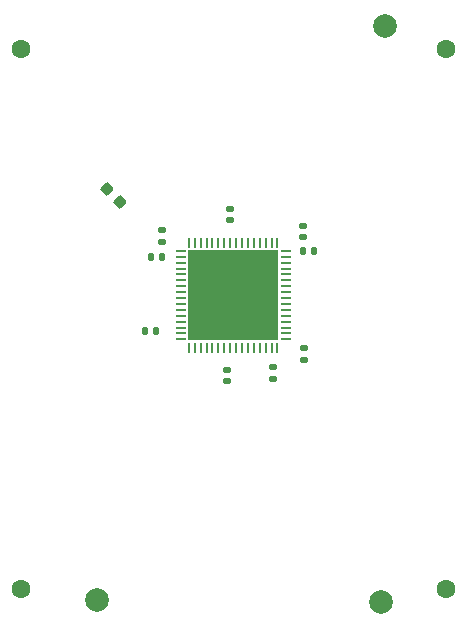
<source format=gbr>
G04 #@! TF.GenerationSoftware,KiCad,Pcbnew,8.0.1-8.0.1-1~ubuntu22.04.1*
G04 #@! TF.CreationDate,2024-03-22T15:41:05-04:00*
G04 #@! TF.ProjectId,caravel-breakout-qfn,63617261-7665-46c2-9d62-7265616b6f75,3.2*
G04 #@! TF.SameCoordinates,PX2dc6c00PY42c1d80*
G04 #@! TF.FileFunction,Soldermask,Top*
G04 #@! TF.FilePolarity,Negative*
%FSLAX46Y46*%
G04 Gerber Fmt 4.6, Leading zero omitted, Abs format (unit mm)*
G04 Created by KiCad (PCBNEW 8.0.1-8.0.1-1~ubuntu22.04.1) date 2024-03-22 15:41:05*
%MOMM*%
%LPD*%
G01*
G04 APERTURE LIST*
G04 Aperture macros list*
%AMRoundRect*
0 Rectangle with rounded corners*
0 $1 Rounding radius*
0 $2 $3 $4 $5 $6 $7 $8 $9 X,Y pos of 4 corners*
0 Add a 4 corners polygon primitive as box body*
4,1,4,$2,$3,$4,$5,$6,$7,$8,$9,$2,$3,0*
0 Add four circle primitives for the rounded corners*
1,1,$1+$1,$2,$3*
1,1,$1+$1,$4,$5*
1,1,$1+$1,$6,$7*
1,1,$1+$1,$8,$9*
0 Add four rect primitives between the rounded corners*
20,1,$1+$1,$2,$3,$4,$5,0*
20,1,$1+$1,$4,$5,$6,$7,0*
20,1,$1+$1,$6,$7,$8,$9,0*
20,1,$1+$1,$8,$9,$2,$3,0*%
G04 Aperture macros list end*
%ADD10C,2.000000*%
%ADD11C,1.600000*%
%ADD12RoundRect,0.140000X0.140000X0.170000X-0.140000X0.170000X-0.140000X-0.170000X0.140000X-0.170000X0*%
%ADD13RoundRect,0.140000X0.170000X-0.140000X0.170000X0.140000X-0.170000X0.140000X-0.170000X-0.140000X0*%
%ADD14RoundRect,0.140000X-0.170000X0.140000X-0.170000X-0.140000X0.170000X-0.140000X0.170000X0.140000X0*%
%ADD15RoundRect,0.140000X-0.140000X-0.170000X0.140000X-0.170000X0.140000X0.170000X-0.140000X0.170000X0*%
%ADD16RoundRect,0.062500X-0.062500X0.362500X-0.062500X-0.362500X0.062500X-0.362500X0.062500X0.362500X0*%
%ADD17RoundRect,0.062500X-0.362500X0.062500X-0.362500X-0.062500X0.362500X-0.062500X0.362500X0.062500X0*%
%ADD18R,7.650000X7.650000*%
%ADD19RoundRect,0.225000X0.335876X0.017678X0.017678X0.335876X-0.335876X-0.017678X-0.017678X-0.335876X0*%
G04 APERTURE END LIST*
D10*
X35000000Y2000000D03*
X35350000Y50750000D03*
X11000000Y2150000D03*
D11*
X40500000Y48860000D03*
X40500000Y3140000D03*
X4500000Y48860000D03*
X4500000Y3140000D03*
D12*
X29380000Y31700000D03*
X28420000Y31700000D03*
D13*
X28500000Y22520000D03*
X28500000Y23480000D03*
D14*
X22000000Y21680000D03*
X22000000Y20720000D03*
X16500000Y33480000D03*
X16500000Y32520000D03*
D15*
X15520000Y31200000D03*
X16480000Y31200000D03*
D12*
X15980000Y25000000D03*
X15020000Y25000000D03*
D14*
X22200000Y35280000D03*
X22200000Y34320000D03*
X28400000Y33880000D03*
X28400000Y32920000D03*
X25900000Y21880000D03*
X25900000Y20920000D03*
D16*
X26250000Y32450000D03*
X25750000Y32450000D03*
X25250000Y32450000D03*
X24750000Y32450000D03*
X24250000Y32450000D03*
X23750000Y32450000D03*
X23250000Y32450000D03*
X22750000Y32450000D03*
X22250000Y32450000D03*
X21750000Y32450000D03*
X21250000Y32450000D03*
X20750000Y32450000D03*
X20250000Y32450000D03*
X19750000Y32450000D03*
X19250000Y32450000D03*
X18750000Y32450000D03*
D17*
X18050000Y31750000D03*
X18050000Y31250000D03*
X18050000Y30750000D03*
X18050000Y30250000D03*
X18050000Y29750000D03*
X18050000Y29250000D03*
X18050000Y28750000D03*
X18050000Y28250000D03*
X18050000Y27750000D03*
X18050000Y27250000D03*
X18050000Y26750000D03*
X18050000Y26250000D03*
X18050000Y25750000D03*
X18050000Y25250000D03*
X18050000Y24750000D03*
X18050000Y24250000D03*
D16*
X18750000Y23550000D03*
X19250000Y23550000D03*
X19750000Y23550000D03*
X20250000Y23550000D03*
X20750000Y23550000D03*
X21250000Y23550000D03*
X21750000Y23550000D03*
X22250000Y23550000D03*
X22750000Y23550000D03*
X23250000Y23550000D03*
X23750000Y23550000D03*
X24250000Y23550000D03*
X24750000Y23550000D03*
X25250000Y23550000D03*
X25750000Y23550000D03*
X26250000Y23550000D03*
D17*
X26950000Y24250000D03*
X26950000Y24750000D03*
X26950000Y25250000D03*
X26950000Y25750000D03*
X26950000Y26250000D03*
X26950000Y26750000D03*
X26950000Y27250000D03*
X26950000Y27750000D03*
X26950000Y28250000D03*
X26950000Y28750000D03*
X26950000Y29250000D03*
X26950000Y29750000D03*
X26950000Y30250000D03*
X26950000Y30750000D03*
X26950000Y31250000D03*
X26950000Y31750000D03*
D18*
X22500000Y28000000D03*
D19*
X12898008Y35901992D03*
X11801992Y36998008D03*
M02*

</source>
